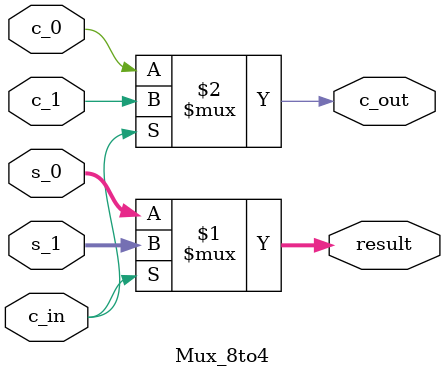
<source format=v>


module Mux_8to4(s_0, s_1, c_0, c_1, c_in, result, c_out);
	input [2:0] s_0, s_1;
	input c_0, c_1;
	input c_in;
	
	output [2:0] result;
	output c_out;
	
	assign result = c_in ? s_1 : s_0;
	assign c_out = c_in ? c_1 : c_0;

endmodule
</source>
